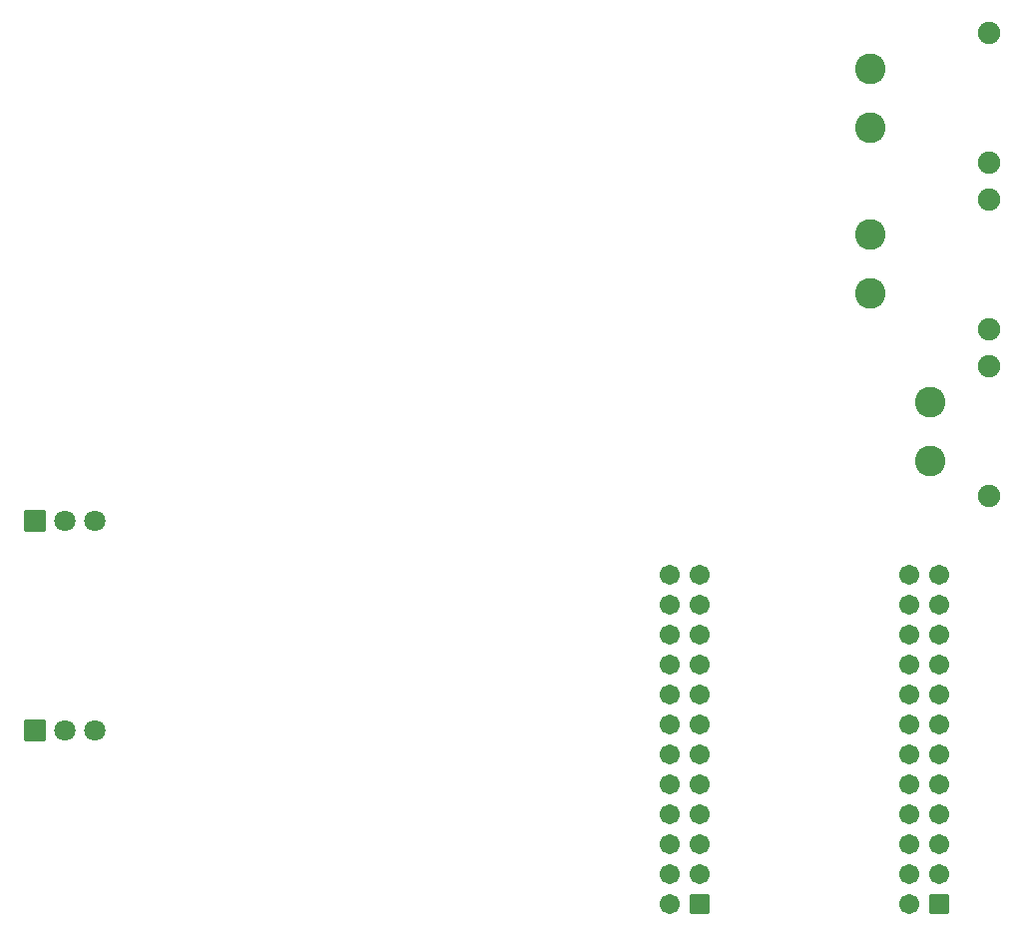
<source format=gbs>
G04 Layer: BottomSolderMaskLayer*
G04 EasyEDA Pro v2.2.39.2, 2025-06-05 07:27:08*
G04 Gerber Generator version 0.3*
G04 Scale: 100 percent, Rotated: No, Reflected: No*
G04 Dimensions in millimeters*
G04 Leading zeros omitted, absolute positions, 4 integers and 5 decimals*
G04 Generated by one-click*
%FSLAX45Y45*%
%MOMM*%
%AMRoundRect*1,1,$1,$2,$3*1,1,$1,$4,$5*1,1,$1,0-$2,0-$3*1,1,$1,0-$4,0-$5*20,1,$1,$2,$3,$4,$5,0*20,1,$1,$4,$5,0-$2,0-$3,0*20,1,$1,0-$2,0-$3,0-$4,0-$5,0*20,1,$1,0-$4,0-$5,$2,$3,0*4,1,4,$2,$3,$4,$5,0-$2,0-$3,0-$4,0-$5,$2,$3,0*%
%ADD10C,2.602*%
%ADD11C,1.902*%
%ADD12C,1.702*%
%ADD13RoundRect,0.09623X-0.80288X-0.80288X-0.80288X0.80288*%
%ADD14RoundRect,0.09654X-0.85273X0.85273X0.85273X0.85273*%
%ADD15C,1.8093*%
%ADD16C,1.802*%
G75*


G04 Pad Start*
G54D10*
G01X7915402Y6942099D03*
G01X7915402Y7442098D03*
G54D11*
G01X8915400Y7742098D03*
G01X8915400Y6642100D03*
G54D10*
G01X7915402Y5532399D03*
G01X7915402Y6032398D03*
G54D11*
G01X8915400Y6332398D03*
G01X8915400Y5232400D03*
G01X8915400Y3814902D03*
G01X8915400Y4914900D03*
G54D10*
G01X8415401Y4614901D03*
G01X8415401Y4114902D03*
G54D12*
G01X8242300Y3149600D03*
G01X8496300Y3149600D03*
G01X8242300Y2895600D03*
G01X8496300Y2895600D03*
G01X8242300Y2641600D03*
G01X8496300Y2641600D03*
G01X8242300Y2387600D03*
G01X8496300Y2387600D03*
G01X8242300Y2133600D03*
G01X8496300Y2133600D03*
G01X8242300Y1879600D03*
G01X8496300Y1879600D03*
G01X8242300Y1625600D03*
G01X8496300Y1625600D03*
G01X8242300Y1371600D03*
G01X8496300Y1371600D03*
G01X8242300Y1117600D03*
G01X8496300Y1117600D03*
G01X8242300Y863600D03*
G01X8496300Y863600D03*
G01X8242300Y609600D03*
G01X8496300Y609600D03*
G01X8242300Y355600D03*
G54D13*
G01X8496300Y355600D03*
G54D12*
G01X6210300Y3149600D03*
G01X6464300Y3149600D03*
G01X6210300Y2895600D03*
G01X6464300Y2895600D03*
G01X6210300Y2641600D03*
G01X6464300Y2641600D03*
G01X6210300Y2387600D03*
G01X6464300Y2387600D03*
G01X6210300Y2133600D03*
G01X6464300Y2133600D03*
G01X6210300Y1879600D03*
G01X6464300Y1879600D03*
G01X6210300Y1625600D03*
G01X6464300Y1625600D03*
G01X6210300Y1371600D03*
G01X6464300Y1371600D03*
G01X6210300Y1117600D03*
G01X6464300Y1117600D03*
G01X6210300Y863600D03*
G01X6464300Y863600D03*
G01X6210300Y609600D03*
G01X6464300Y609600D03*
G01X6210300Y355600D03*
G54D13*
G01X6464300Y355600D03*
G54D14*
G01X825500Y3606800D03*
G54D16*
G01X1079500Y3606800D03*
G01X1333500Y3606800D03*
G54D14*
G01X825500Y1828800D03*
G54D16*
G01X1079500Y1828800D03*
G01X1333500Y1828800D03*
G04 Pad End*

M02*


</source>
